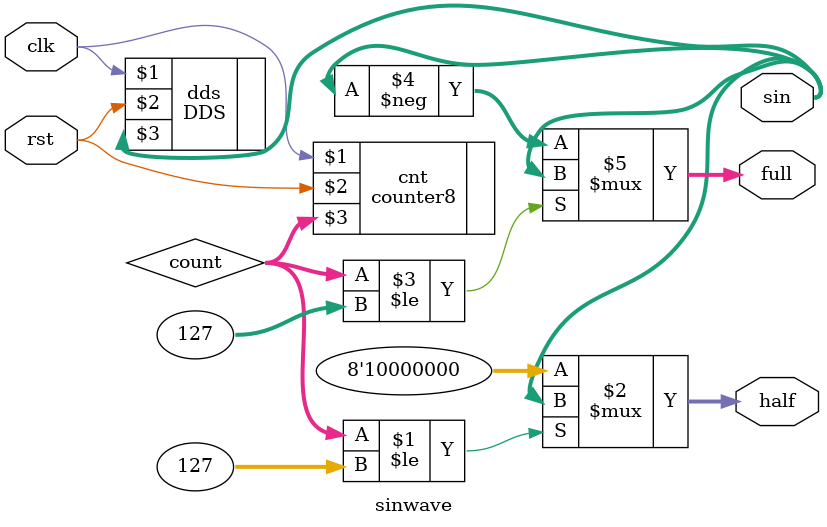
<source format=v>
module sinwave(clk,rst,sin,half,full);
  input clk,rst;
  output [7:0] sin;
  output [7:0] half;
  output [7:0] full;
  wire [7:0] count;
  counter8 cnt(clk,rst,count);
  DDS dds(clk,rst,sin);
  assign half = (count<=127)?sin:8'd128;
  assign full = (count<=127)?sin:-sin;
endmodule



</source>
